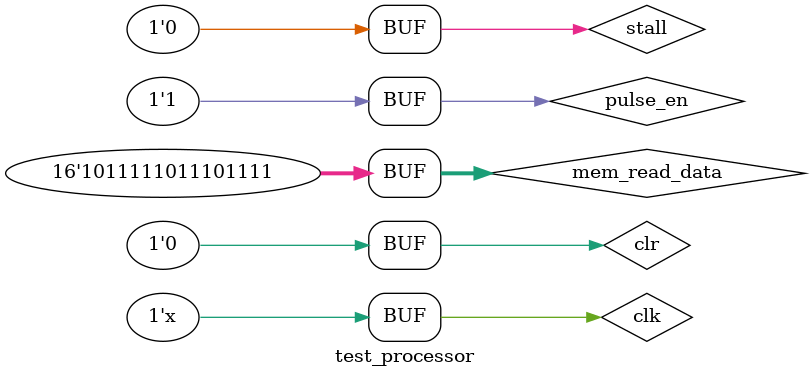
<source format=v>
`timescale 1ns / 1ps


module test_processor;

	// Inputs
	reg clk;
	reg clr;
	reg stall;
	reg pulse_en;
	reg [15:0] mem_read_data;

	// Outputs
	wire mem_read_enable;
	wire mem_write_enable;
	wire [15:0] mem_write_data;
	wire [31:0] mem_write_addr;

	// Instantiate the Unit Under Test (UUT)
	processor uut (
		.clk(clk), 
		.clr(clr), 
		.stall(stall), 
		.pulse_en(pulse_en),
		.mem_read_data(mem_read_data), 
		.mem_read_enable(mem_read_enable), 
		.mem_write_enable(mem_write_enable), 
		.mem_write_data(mem_write_data), 
		.mem_write_addr(mem_write_addr)
	);
	
	always
		#5 clk = ~clk;

	initial begin
		// Initialize Inputs
		clk = 0;
		clr = 1;
		pulse_en = 1;
		stall = 0;
		mem_read_data = 16'hBEEF;

		// Wait 100 ns for global reset to finish
		#100;
        
		// Add stimulus here
		clr = 0;

	end
      
endmodule


</source>
